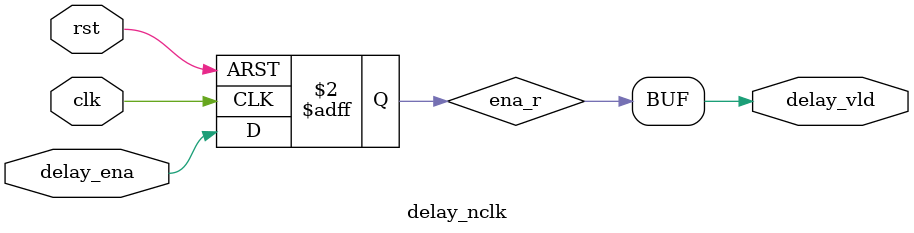
<source format=v>
`timescale 1ns / 1ps

module delay_nclk #(parameter n = 1) (
	input clk,//Ê±ÖÓ
	input rst,//¸´Î»°´Å¥
    input delay_ena,//ÊäÈëÓÐÐ§±êÖ¾
    output delay_vld//Êä³öÓÐÐ§±êÖ¾
    );
	//±äÁ¿
	reg [n - 1:0] ena_r;//ÒÆÎ»¼Ä´æÆ÷
	//Á÷³Ì
	//¸üÐÂÒÆÎ»¼Ä´æÆ÷
	always @(posedge clk or posedge rst)
	begin
		if(rst)
			ena_r <= 0;
		else if(n > 1)
			ena_r <= {ena_r[n - 2:0], delay_ena};
		else
			ena_r <= delay_ena;
	end
	//n clkºóÊäÈëÓÐÐ§±êÖ¾´ÓÒÆÎ»¼Ä´æÆ÷ÖÐÊä³ö
	assign delay_vld = ena_r[n - 1];
endmodule

</source>
